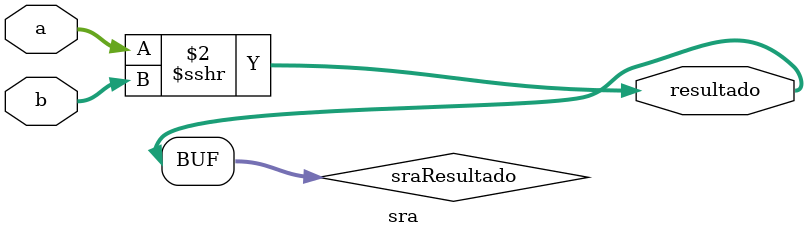
<source format=sv>
module sra #(parameter N = 4)(input logic [N-1:0] a, b, output logic [N-1:0] resultado);

    logic signed [N-1:0] sraResultado;

    always_comb begin
        sraResultado = a >>> b;
    end

    assign resultado = sraResultado;

endmodule 
</source>
